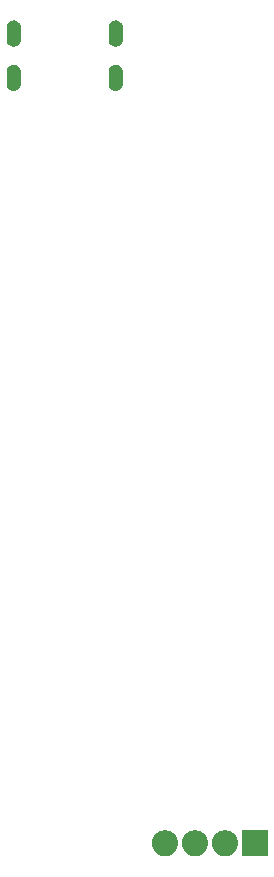
<source format=gbs>
G04 #@! TF.GenerationSoftware,KiCad,Pcbnew,8.0.1*
G04 #@! TF.CreationDate,2024-04-04T12:49:37+03:00*
G04 #@! TF.ProjectId,TWV,5457562e-6b69-4636-9164-5f7063625858,V-0.96*
G04 #@! TF.SameCoordinates,Original*
G04 #@! TF.FileFunction,Soldermask,Bot*
G04 #@! TF.FilePolarity,Negative*
%FSLAX46Y46*%
G04 Gerber Fmt 4.6, Leading zero omitted, Abs format (unit mm)*
G04 Created by KiCad (PCBNEW 8.0.1) date 2024-04-04 12:49:37*
%MOMM*%
%LPD*%
G01*
G04 APERTURE LIST*
G04 APERTURE END LIST*
G36*
X86057780Y-91599476D02*
G01*
X86090741Y-91621500D01*
X86112765Y-91654461D01*
X86120499Y-91693342D01*
X86120499Y-93693342D01*
X86112765Y-93732223D01*
X86090741Y-93765184D01*
X86057780Y-93787208D01*
X86018899Y-93794942D01*
X84018899Y-93794942D01*
X83980018Y-93787208D01*
X83947057Y-93765184D01*
X83925033Y-93732223D01*
X83917299Y-93693342D01*
X83917299Y-91693342D01*
X83925033Y-91654461D01*
X83947057Y-91621500D01*
X83980018Y-91599476D01*
X84018899Y-91591742D01*
X86018899Y-91591742D01*
X86057780Y-91599476D01*
G37*
G36*
X77700366Y-91633795D02*
G01*
X77889924Y-91707230D01*
X78062761Y-91814246D01*
X78212991Y-91951199D01*
X78335498Y-92113424D01*
X78426110Y-92295398D01*
X78481742Y-92490924D01*
X78500499Y-92693342D01*
X78481742Y-92895760D01*
X78426110Y-93091286D01*
X78335498Y-93273260D01*
X78212991Y-93435485D01*
X78062761Y-93572438D01*
X77889924Y-93679454D01*
X77700366Y-93752889D01*
X77500542Y-93790243D01*
X77297256Y-93790243D01*
X77097432Y-93752889D01*
X76907874Y-93679454D01*
X76735037Y-93572438D01*
X76584807Y-93435485D01*
X76462300Y-93273260D01*
X76371688Y-93091286D01*
X76316056Y-92895760D01*
X76297299Y-92693342D01*
X76316056Y-92490924D01*
X76371688Y-92295398D01*
X76462300Y-92113424D01*
X76584807Y-91951199D01*
X76735037Y-91814246D01*
X76907874Y-91707230D01*
X77097432Y-91633795D01*
X77297256Y-91596441D01*
X77500542Y-91596441D01*
X77700366Y-91633795D01*
G37*
G36*
X80240366Y-91633795D02*
G01*
X80429924Y-91707230D01*
X80602761Y-91814246D01*
X80752991Y-91951199D01*
X80875498Y-92113424D01*
X80966110Y-92295398D01*
X81021742Y-92490924D01*
X81040499Y-92693342D01*
X81021742Y-92895760D01*
X80966110Y-93091286D01*
X80875498Y-93273260D01*
X80752991Y-93435485D01*
X80602761Y-93572438D01*
X80429924Y-93679454D01*
X80240366Y-93752889D01*
X80040542Y-93790243D01*
X79837256Y-93790243D01*
X79637432Y-93752889D01*
X79447874Y-93679454D01*
X79275037Y-93572438D01*
X79124807Y-93435485D01*
X79002300Y-93273260D01*
X78911688Y-93091286D01*
X78856056Y-92895760D01*
X78837299Y-92693342D01*
X78856056Y-92490924D01*
X78911688Y-92295398D01*
X79002300Y-92113424D01*
X79124807Y-91951199D01*
X79275037Y-91814246D01*
X79447874Y-91707230D01*
X79637432Y-91633795D01*
X79837256Y-91596441D01*
X80040542Y-91596441D01*
X80240366Y-91633795D01*
G37*
G36*
X82780366Y-91633795D02*
G01*
X82969924Y-91707230D01*
X83142761Y-91814246D01*
X83292991Y-91951199D01*
X83415498Y-92113424D01*
X83506110Y-92295398D01*
X83561742Y-92490924D01*
X83580499Y-92693342D01*
X83561742Y-92895760D01*
X83506110Y-93091286D01*
X83415498Y-93273260D01*
X83292991Y-93435485D01*
X83142761Y-93572438D01*
X82969924Y-93679454D01*
X82780366Y-93752889D01*
X82580542Y-93790243D01*
X82377256Y-93790243D01*
X82177432Y-93752889D01*
X81987874Y-93679454D01*
X81815037Y-93572438D01*
X81664807Y-93435485D01*
X81542300Y-93273260D01*
X81451688Y-93091286D01*
X81396056Y-92895760D01*
X81377299Y-92693342D01*
X81396056Y-92490924D01*
X81451688Y-92295398D01*
X81542300Y-92113424D01*
X81664807Y-91951199D01*
X81815037Y-91814246D01*
X81987874Y-91707230D01*
X82177432Y-91633795D01*
X82377256Y-91596441D01*
X82580542Y-91596441D01*
X82780366Y-91633795D01*
G37*
G36*
X64659635Y-26792523D02*
G01*
X64669046Y-26792523D01*
X64696157Y-26799787D01*
X64765729Y-26813626D01*
X64798571Y-26827229D01*
X64821752Y-26833441D01*
X64842534Y-26845439D01*
X64875376Y-26859043D01*
X64934358Y-26898454D01*
X64958665Y-26912487D01*
X64965318Y-26919140D01*
X64974049Y-26924974D01*
X65057966Y-27008891D01*
X65063799Y-27017621D01*
X65070454Y-27024276D01*
X65084489Y-27048585D01*
X65123897Y-27107564D01*
X65137499Y-27140402D01*
X65149500Y-27161189D01*
X65155712Y-27184373D01*
X65169314Y-27217211D01*
X65183150Y-27286772D01*
X65190418Y-27313895D01*
X65190463Y-27323540D01*
X65192478Y-27333666D01*
X65195595Y-28399902D01*
X65195594Y-28399919D01*
X65195599Y-28400942D01*
X65195378Y-28404299D01*
X65192682Y-28459192D01*
X65191338Y-28465947D01*
X65190418Y-28479989D01*
X65183149Y-28507113D01*
X65169314Y-28576672D01*
X65155713Y-28609507D01*
X65149500Y-28632695D01*
X65137497Y-28653483D01*
X65123897Y-28686319D01*
X65084493Y-28745290D01*
X65070454Y-28769608D01*
X65063797Y-28776264D01*
X65057966Y-28784992D01*
X64974049Y-28868909D01*
X64965321Y-28874740D01*
X64958665Y-28881397D01*
X64934347Y-28895436D01*
X64875376Y-28934840D01*
X64842540Y-28948440D01*
X64821752Y-28960443D01*
X64798564Y-28966656D01*
X64765729Y-28980257D01*
X64696163Y-28994094D01*
X64669046Y-29001361D01*
X64659635Y-29001361D01*
X64649339Y-29003409D01*
X64530659Y-29003409D01*
X64520363Y-29001361D01*
X64510952Y-29001361D01*
X64483835Y-28994095D01*
X64414268Y-28980257D01*
X64381430Y-28966655D01*
X64358246Y-28960443D01*
X64337459Y-28948442D01*
X64304621Y-28934840D01*
X64245642Y-28895432D01*
X64221333Y-28881397D01*
X64214678Y-28874742D01*
X64205948Y-28868909D01*
X64122031Y-28784992D01*
X64116197Y-28776261D01*
X64109544Y-28769608D01*
X64095511Y-28745301D01*
X64056100Y-28686319D01*
X64042496Y-28653477D01*
X64030498Y-28632695D01*
X64024286Y-28609514D01*
X64010683Y-28576672D01*
X63996844Y-28507100D01*
X63989580Y-28479989D01*
X63989534Y-28470347D01*
X63987519Y-28460217D01*
X63984402Y-27393981D01*
X63984403Y-27393944D01*
X63984399Y-27392942D01*
X63984614Y-27389648D01*
X63987315Y-27334691D01*
X63988660Y-27327928D01*
X63989580Y-27313895D01*
X63996843Y-27286787D01*
X64010683Y-27217211D01*
X64024287Y-27184366D01*
X64030498Y-27161189D01*
X64042495Y-27140408D01*
X64056100Y-27107564D01*
X64095515Y-27048574D01*
X64109544Y-27024276D01*
X64116195Y-27017624D01*
X64122031Y-27008891D01*
X64205948Y-26924974D01*
X64214681Y-26919138D01*
X64221333Y-26912487D01*
X64245631Y-26898458D01*
X64304621Y-26859043D01*
X64337465Y-26845438D01*
X64358246Y-26833441D01*
X64381423Y-26827230D01*
X64414268Y-26813626D01*
X64483841Y-26799787D01*
X64510952Y-26792523D01*
X64520363Y-26792523D01*
X64530659Y-26790475D01*
X64649339Y-26790475D01*
X64659635Y-26792523D01*
G37*
G36*
X73299635Y-26792523D02*
G01*
X73309046Y-26792523D01*
X73336157Y-26799787D01*
X73405729Y-26813626D01*
X73438571Y-26827229D01*
X73461752Y-26833441D01*
X73482534Y-26845439D01*
X73515376Y-26859043D01*
X73574358Y-26898454D01*
X73598665Y-26912487D01*
X73605318Y-26919140D01*
X73614049Y-26924974D01*
X73697966Y-27008891D01*
X73703799Y-27017621D01*
X73710454Y-27024276D01*
X73724489Y-27048585D01*
X73763897Y-27107564D01*
X73777499Y-27140402D01*
X73789500Y-27161189D01*
X73795712Y-27184373D01*
X73809314Y-27217211D01*
X73823150Y-27286772D01*
X73830418Y-27313895D01*
X73830463Y-27323540D01*
X73832478Y-27333666D01*
X73835595Y-28399902D01*
X73835594Y-28399919D01*
X73835599Y-28400942D01*
X73835378Y-28404299D01*
X73832682Y-28459192D01*
X73831338Y-28465947D01*
X73830418Y-28479989D01*
X73823149Y-28507113D01*
X73809314Y-28576672D01*
X73795713Y-28609507D01*
X73789500Y-28632695D01*
X73777497Y-28653483D01*
X73763897Y-28686319D01*
X73724493Y-28745290D01*
X73710454Y-28769608D01*
X73703797Y-28776264D01*
X73697966Y-28784992D01*
X73614049Y-28868909D01*
X73605321Y-28874740D01*
X73598665Y-28881397D01*
X73574347Y-28895436D01*
X73515376Y-28934840D01*
X73482540Y-28948440D01*
X73461752Y-28960443D01*
X73438564Y-28966656D01*
X73405729Y-28980257D01*
X73336163Y-28994094D01*
X73309046Y-29001361D01*
X73299635Y-29001361D01*
X73289339Y-29003409D01*
X73170659Y-29003409D01*
X73160363Y-29001361D01*
X73150952Y-29001361D01*
X73123835Y-28994095D01*
X73054268Y-28980257D01*
X73021430Y-28966655D01*
X72998246Y-28960443D01*
X72977459Y-28948442D01*
X72944621Y-28934840D01*
X72885642Y-28895432D01*
X72861333Y-28881397D01*
X72854678Y-28874742D01*
X72845948Y-28868909D01*
X72762031Y-28784992D01*
X72756197Y-28776261D01*
X72749544Y-28769608D01*
X72735511Y-28745301D01*
X72696100Y-28686319D01*
X72682496Y-28653477D01*
X72670498Y-28632695D01*
X72664286Y-28609514D01*
X72650683Y-28576672D01*
X72636844Y-28507100D01*
X72629580Y-28479989D01*
X72629534Y-28470347D01*
X72627519Y-28460217D01*
X72624402Y-27393981D01*
X72624403Y-27393944D01*
X72624399Y-27392942D01*
X72624614Y-27389648D01*
X72627315Y-27334691D01*
X72628660Y-27327928D01*
X72629580Y-27313895D01*
X72636843Y-27286787D01*
X72650683Y-27217211D01*
X72664287Y-27184366D01*
X72670498Y-27161189D01*
X72682495Y-27140408D01*
X72696100Y-27107564D01*
X72735515Y-27048574D01*
X72749544Y-27024276D01*
X72756195Y-27017624D01*
X72762031Y-27008891D01*
X72845948Y-26924974D01*
X72854681Y-26919138D01*
X72861333Y-26912487D01*
X72885631Y-26898458D01*
X72944621Y-26859043D01*
X72977465Y-26845438D01*
X72998246Y-26833441D01*
X73021423Y-26827230D01*
X73054268Y-26813626D01*
X73123841Y-26799787D01*
X73150952Y-26792523D01*
X73160363Y-26792523D01*
X73170659Y-26790475D01*
X73289339Y-26790475D01*
X73299635Y-26792523D01*
G37*
G36*
X64659635Y-23042523D02*
G01*
X64669046Y-23042523D01*
X64696157Y-23049787D01*
X64765729Y-23063626D01*
X64798571Y-23077229D01*
X64821752Y-23083441D01*
X64842534Y-23095439D01*
X64875376Y-23109043D01*
X64934358Y-23148454D01*
X64958665Y-23162487D01*
X64965318Y-23169140D01*
X64974049Y-23174974D01*
X65057966Y-23258891D01*
X65063799Y-23267621D01*
X65070454Y-23274276D01*
X65084489Y-23298585D01*
X65123897Y-23357564D01*
X65137499Y-23390402D01*
X65149500Y-23411189D01*
X65155712Y-23434373D01*
X65169314Y-23467211D01*
X65183150Y-23536772D01*
X65190418Y-23563895D01*
X65190463Y-23573540D01*
X65192478Y-23583666D01*
X65195595Y-24649902D01*
X65195594Y-24649919D01*
X65195599Y-24650942D01*
X65195378Y-24654299D01*
X65192682Y-24709192D01*
X65191338Y-24715947D01*
X65190418Y-24729989D01*
X65183149Y-24757113D01*
X65169314Y-24826672D01*
X65155713Y-24859507D01*
X65149500Y-24882695D01*
X65137497Y-24903483D01*
X65123897Y-24936319D01*
X65084493Y-24995290D01*
X65070454Y-25019608D01*
X65063797Y-25026264D01*
X65057966Y-25034992D01*
X64974049Y-25118909D01*
X64965321Y-25124740D01*
X64958665Y-25131397D01*
X64934347Y-25145436D01*
X64875376Y-25184840D01*
X64842540Y-25198440D01*
X64821752Y-25210443D01*
X64798564Y-25216656D01*
X64765729Y-25230257D01*
X64696163Y-25244094D01*
X64669046Y-25251361D01*
X64659635Y-25251361D01*
X64649339Y-25253409D01*
X64530659Y-25253409D01*
X64520363Y-25251361D01*
X64510952Y-25251361D01*
X64483835Y-25244095D01*
X64414268Y-25230257D01*
X64381430Y-25216655D01*
X64358246Y-25210443D01*
X64337459Y-25198442D01*
X64304621Y-25184840D01*
X64245642Y-25145432D01*
X64221333Y-25131397D01*
X64214678Y-25124742D01*
X64205948Y-25118909D01*
X64122031Y-25034992D01*
X64116197Y-25026261D01*
X64109544Y-25019608D01*
X64095511Y-24995301D01*
X64056100Y-24936319D01*
X64042496Y-24903477D01*
X64030498Y-24882695D01*
X64024286Y-24859514D01*
X64010683Y-24826672D01*
X63996844Y-24757100D01*
X63989580Y-24729989D01*
X63989534Y-24720347D01*
X63987519Y-24710217D01*
X63984402Y-23643981D01*
X63984403Y-23643944D01*
X63984399Y-23642942D01*
X63984614Y-23639648D01*
X63987315Y-23584691D01*
X63988660Y-23577928D01*
X63989580Y-23563895D01*
X63996843Y-23536787D01*
X64010683Y-23467211D01*
X64024287Y-23434366D01*
X64030498Y-23411189D01*
X64042495Y-23390408D01*
X64056100Y-23357564D01*
X64095515Y-23298574D01*
X64109544Y-23274276D01*
X64116195Y-23267624D01*
X64122031Y-23258891D01*
X64205948Y-23174974D01*
X64214681Y-23169138D01*
X64221333Y-23162487D01*
X64245631Y-23148458D01*
X64304621Y-23109043D01*
X64337465Y-23095438D01*
X64358246Y-23083441D01*
X64381423Y-23077230D01*
X64414268Y-23063626D01*
X64483841Y-23049787D01*
X64510952Y-23042523D01*
X64520363Y-23042523D01*
X64530659Y-23040475D01*
X64649339Y-23040475D01*
X64659635Y-23042523D01*
G37*
G36*
X73299635Y-23042523D02*
G01*
X73309046Y-23042523D01*
X73336157Y-23049787D01*
X73405729Y-23063626D01*
X73438571Y-23077229D01*
X73461752Y-23083441D01*
X73482534Y-23095439D01*
X73515376Y-23109043D01*
X73574358Y-23148454D01*
X73598665Y-23162487D01*
X73605318Y-23169140D01*
X73614049Y-23174974D01*
X73697966Y-23258891D01*
X73703799Y-23267621D01*
X73710454Y-23274276D01*
X73724489Y-23298585D01*
X73763897Y-23357564D01*
X73777499Y-23390402D01*
X73789500Y-23411189D01*
X73795712Y-23434373D01*
X73809314Y-23467211D01*
X73823150Y-23536772D01*
X73830418Y-23563895D01*
X73830463Y-23573540D01*
X73832478Y-23583666D01*
X73835595Y-24649902D01*
X73835594Y-24649919D01*
X73835599Y-24650942D01*
X73835378Y-24654299D01*
X73832682Y-24709192D01*
X73831338Y-24715947D01*
X73830418Y-24729989D01*
X73823149Y-24757113D01*
X73809314Y-24826672D01*
X73795713Y-24859507D01*
X73789500Y-24882695D01*
X73777497Y-24903483D01*
X73763897Y-24936319D01*
X73724493Y-24995290D01*
X73710454Y-25019608D01*
X73703797Y-25026264D01*
X73697966Y-25034992D01*
X73614049Y-25118909D01*
X73605321Y-25124740D01*
X73598665Y-25131397D01*
X73574347Y-25145436D01*
X73515376Y-25184840D01*
X73482540Y-25198440D01*
X73461752Y-25210443D01*
X73438564Y-25216656D01*
X73405729Y-25230257D01*
X73336163Y-25244094D01*
X73309046Y-25251361D01*
X73299635Y-25251361D01*
X73289339Y-25253409D01*
X73170659Y-25253409D01*
X73160363Y-25251361D01*
X73150952Y-25251361D01*
X73123835Y-25244095D01*
X73054268Y-25230257D01*
X73021430Y-25216655D01*
X72998246Y-25210443D01*
X72977459Y-25198442D01*
X72944621Y-25184840D01*
X72885642Y-25145432D01*
X72861333Y-25131397D01*
X72854678Y-25124742D01*
X72845948Y-25118909D01*
X72762031Y-25034992D01*
X72756197Y-25026261D01*
X72749544Y-25019608D01*
X72735511Y-24995301D01*
X72696100Y-24936319D01*
X72682496Y-24903477D01*
X72670498Y-24882695D01*
X72664286Y-24859514D01*
X72650683Y-24826672D01*
X72636844Y-24757100D01*
X72629580Y-24729989D01*
X72629534Y-24720347D01*
X72627519Y-24710217D01*
X72624402Y-23643981D01*
X72624403Y-23643944D01*
X72624399Y-23642942D01*
X72624614Y-23639648D01*
X72627315Y-23584691D01*
X72628660Y-23577928D01*
X72629580Y-23563895D01*
X72636843Y-23536787D01*
X72650683Y-23467211D01*
X72664287Y-23434366D01*
X72670498Y-23411189D01*
X72682495Y-23390408D01*
X72696100Y-23357564D01*
X72735515Y-23298574D01*
X72749544Y-23274276D01*
X72756195Y-23267624D01*
X72762031Y-23258891D01*
X72845948Y-23174974D01*
X72854681Y-23169138D01*
X72861333Y-23162487D01*
X72885631Y-23148458D01*
X72944621Y-23109043D01*
X72977465Y-23095438D01*
X72998246Y-23083441D01*
X73021423Y-23077230D01*
X73054268Y-23063626D01*
X73123841Y-23049787D01*
X73150952Y-23042523D01*
X73160363Y-23042523D01*
X73170659Y-23040475D01*
X73289339Y-23040475D01*
X73299635Y-23042523D01*
G37*
M02*

</source>
